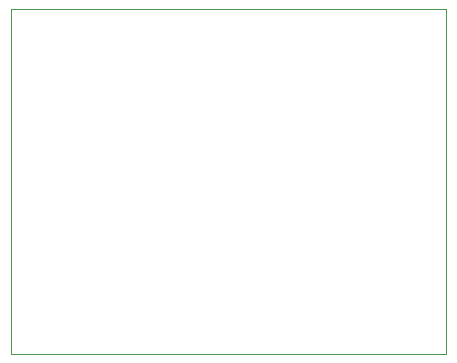
<source format=gbr>
%TF.GenerationSoftware,KiCad,Pcbnew,(5.1.10)-1*%
%TF.CreationDate,2021-12-05T10:22:05+05:30*%
%TF.ProjectId,Libobxis lab,4c69626f-6278-4697-9320-6c61622e6b69,rev?*%
%TF.SameCoordinates,Original*%
%TF.FileFunction,Profile,NP*%
%FSLAX46Y46*%
G04 Gerber Fmt 4.6, Leading zero omitted, Abs format (unit mm)*
G04 Created by KiCad (PCBNEW (5.1.10)-1) date 2021-12-05 10:22:05*
%MOMM*%
%LPD*%
G01*
G04 APERTURE LIST*
%TA.AperFunction,Profile*%
%ADD10C,0.050000*%
%TD*%
G04 APERTURE END LIST*
D10*
X146050000Y-49530000D02*
X109220000Y-49530000D01*
X146050000Y-78740000D02*
X146050000Y-49530000D01*
X109220000Y-78740000D02*
X146050000Y-78740000D01*
X109220000Y-49530000D02*
X109220000Y-78740000D01*
M02*

</source>
